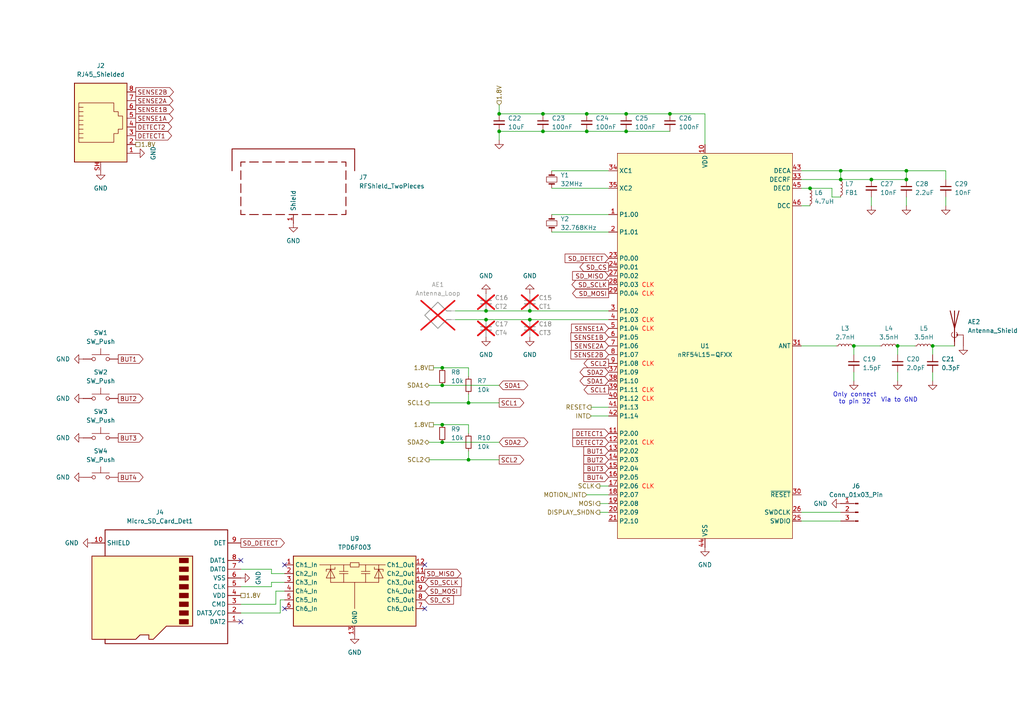
<source format=kicad_sch>
(kicad_sch (version 20231120) (generator "eeschema") (generator_version "8.0")
  (paper "A4")
  (lib_symbols
    (symbol "Connector:Conn_01x03_Pin" (pin_names (offset 1.016) hide)
      (property "Reference" "J" (at 0 5.08 0))
      (property "Value" "Conn_01x03_Pin" (at 0 -5.08 0))
      (symbol "Conn_01x03_Pin_1_1"
        (polyline (pts (xy 1.27 -2.54) (xy 0.8636 -2.54)) (stroke (width 0.1524)))
        (polyline (pts (xy 1.27 0) (xy 0.8636 0)) (stroke (width 0.1524)))
        (polyline (pts (xy 1.27 2.54) (xy 0.8636 2.54)) (stroke (width 0.1524)))
        (rectangle (start 0.8636 -2.413) (end 0 -2.667) (stroke (width 0.1524)) (fill (type outline)))
        (rectangle (start 0.8636 0.127) (end 0 -0.127) (stroke (width 0.1524)) (fill (type outline)))
        (rectangle (start 0.8636 2.667) (end 0 2.413) (stroke (width 0.1524)) (fill (type outline)))
        (pin passive line (at 5.08 2.54 180) (length 3.81) (name "Pin_1") (number "1"))
        (pin passive line (at 5.08 0 180) (length 3.81) (name "Pin_2") (number "2"))
        (pin passive line (at 5.08 -2.54 180) (length 3.81) (name "Pin_3") (number "3"))
      )
    )
    (symbol "Connector:Micro_SD_Card_Det1"
      (property "Reference" "J" (at -16.51 17.78 0))
      (property "Value" "Micro_SD_Card_Det1" (at 16.51 17.78 0))
      (symbol "Micro_SD_Card_Det1_0_1"
        (rectangle (start -7.62 -6.985) (end -5.08 -8.255) (stroke (width 0.254)) (fill (type outline)))
        (rectangle (start -7.62 -4.445) (end -5.08 -5.715) (stroke (width 0.254)) (fill (type outline)))
        (rectangle (start -7.62 -1.905) (end -5.08 -3.175) (stroke (width 0.254)) (fill (type outline)))
        (rectangle (start -7.62 0.635) (end -5.08 -0.635) (stroke (width 0.254)) (fill (type outline)))
        (rectangle (start -7.62 3.175) (end -5.08 1.905) (stroke (width 0.254)) (fill (type outline)))
        (rectangle (start -7.62 5.715) (end -5.08 4.445) (stroke (width 0.254)) (fill (type outline)))
        (rectangle (start -7.62 8.255) (end -5.08 6.985) (stroke (width 0.254)) (fill (type outline)))
        (rectangle (start -7.62 10.795) (end -5.08 9.525) (stroke (width 0.254)) (fill (type outline)))
        (polyline (pts (xy 16.51 15.24) (xy 16.51 16.51) (xy -19.05 16.51) (xy -19.05 -16.51) (xy 16.51 -16.51) (xy 16.51 -8.89)) (stroke (width 0.254)))
        (polyline (pts (xy -8.89 -8.89) (xy -8.89 11.43) (xy -1.27 11.43) (xy 2.54 15.24) (xy 3.81 15.24) (xy 3.81 13.97) (xy 6.35 13.97) (xy 7.62 15.24) (xy 20.32 15.24) (xy 20.32 -8.89) (xy -8.89 -8.89)) (stroke (width 0.254)) (fill (type background)))
      )
      (symbol "Micro_SD_Card_Det1_1_1"
        (pin bidirectional line (at -22.86 10.16 0) (length 3.81) (name "DAT2") (number "1"))
        (pin passive line (at 20.32 -12.7 180) (length 3.81) (name "SHIELD") (number "10"))
        (pin bidirectional line (at -22.86 7.62 0) (length 3.81) (name "DAT3/CD") (number "2"))
        (pin input line (at -22.86 5.08 0) (length 3.81) (name "CMD") (number "3"))
        (pin power_in line (at -22.86 2.54 0) (length 3.81) (name "VDD") (number "4"))
        (pin input line (at -22.86 0 0) (length 3.81) (name "CLK") (number "5"))
        (pin power_in line (at -22.86 -2.54 0) (length 3.81) (name "VSS") (number "6"))
        (pin bidirectional line (at -22.86 -5.08 0) (length 3.81) (name "DAT0") (number "7"))
        (pin bidirectional line (at -22.86 -7.62 0) (length 3.81) (name "DAT1") (number "8"))
        (pin passive line (at -22.86 -12.7 0) (length 3.81) (name "DET") (number "9"))
      )
    )
    (symbol "Connector:RJ45_Shielded" (pin_names (offset 1.016))
      (property "Reference" "J" (at -5.08 13.97 0))
      (property "Value" "RJ45_Shielded" (at 2.54 13.97 0))
      (symbol "RJ45_Shielded_0_1"
        (polyline (pts (xy -5.08 4.445) (xy -6.35 4.445)))
        (polyline (pts (xy -5.08 5.715) (xy -6.35 5.715)))
        (polyline (pts (xy -6.35 -3.175) (xy -5.08 -3.175) (xy -5.08 -3.175)))
        (polyline (pts (xy -6.35 -1.905) (xy -5.08 -1.905) (xy -5.08 -1.905)))
        (polyline (pts (xy -6.35 -0.635) (xy -5.08 -0.635) (xy -5.08 -0.635)))
        (polyline (pts (xy -6.35 0.635) (xy -5.08 0.635) (xy -5.08 0.635)))
        (polyline (pts (xy -6.35 1.905) (xy -5.08 1.905) (xy -5.08 1.905)))
        (polyline (pts (xy -5.08 3.175) (xy -6.35 3.175) (xy -6.35 3.175)))
        (polyline (pts (xy -6.35 -4.445) (xy -6.35 6.985) (xy 3.81 6.985) (xy 3.81 4.445) (xy 5.08 4.445) (xy 5.08 3.175) (xy 6.35 3.175) (xy 6.35 -0.635) (xy 5.08 -0.635) (xy 5.08 -1.905) (xy 3.81 -1.905) (xy 3.81 -4.445) (xy -6.35 -4.445) (xy -6.35 -4.445)))
        (rectangle (start 7.62 12.7) (end -7.62 -10.16) (stroke (width 0.254)) (fill (type background)))
      )
      (symbol "RJ45_Shielded_1_1"
        (pin passive line (at 10.16 -7.62 180) (length 2.54) (name "~") (number "1"))
        (pin passive line (at 10.16 -5.08 180) (length 2.54) (name "~") (number "2"))
        (pin passive line (at 10.16 -2.54 180) (length 2.54) (name "~") (number "3"))
        (pin passive line (at 10.16 0 180) (length 2.54) (name "~") (number "4"))
        (pin passive line (at 10.16 2.54 180) (length 2.54) (name "~") (number "5"))
        (pin passive line (at 10.16 5.08 180) (length 2.54) (name "~") (number "6"))
        (pin passive line (at 10.16 7.62 180) (length 2.54) (name "~") (number "7"))
        (pin passive line (at 10.16 10.16 180) (length 2.54) (name "~") (number "8"))
        (pin passive line (at 0 -12.7 90) (length 2.54) (name "~") (number "SH"))
      )
    )
    (symbol "Device:Antenna_Loop" (pin_numbers hide) (pin_names (offset 1.016) hide)
      (property "Reference" "AE" (at 1.27 6.35 0))
      (property "Value" "Antenna_Loop" (at 1.27 5.08 0))
      (symbol "Antenna_Loop_0_1"
        (polyline (pts (xy 2.54 -3.81) (xy 2.54 -2.54) (xy 5.08 0) (xy 1.27 3.81) (xy -2.54 0) (xy 0 -2.54) (xy 0 -3.81)) (stroke (width 0.254)))
      )
      (symbol "Antenna_Loop_1_1"
        (pin input line (at 0 -5.08 90) (length 2.54) (name "~") (number "1"))
        (pin input line (at 2.54 -5.08 90) (length 2.54) (name "~") (number "2"))
      )
    )
    (symbol "Device:Antenna_Shield" (pin_numbers hide) (pin_names (offset 1.016) hide)
      (property "Reference" "AE" (at -1.905 4.445 0))
      (property "Value" "Antenna_Shield" (at -1.905 2.54 0))
      (symbol "Antenna_Shield_0_1"
        (arc (start -0.508 -1.143) (mid -0.8429 -2.1194) (end 0 -2.667))
        (arc (start 0 -2.667) (mid 0.7989 -2.1052) (end 0.508 -1.143))
        (polyline (pts (xy 0 -2.54) (xy 0 0)))
        (polyline (pts (xy 0 5.08) (xy 0 -3.81)) (stroke (width 0.254)))
        (polyline (pts (xy 0.762 -1.905) (xy 2.54 -1.905)))
        (polyline (pts (xy 2.54 -2.54) (xy 2.54 -1.905)))
        (polyline (pts (xy 1.27 5.08) (xy 0 0) (xy -1.27 5.08)) (stroke (width 0.254)))
        (circle (center 0.762 -1.905) (radius 0.1778) (fill (type outline)))
      )
      (symbol "Antenna_Shield_1_1"
        (pin input line (at 0 -5.08 90) (length 2.54) (name "A") (number "1"))
        (pin input line (at 2.54 -5.08 90) (length 2.54) (name "Shield") (number "2"))
      )
    )
    (symbol "Device:C_Small" (pin_numbers hide) (pin_names (offset 0.254) hide)
      (property "Reference" "C" (at 0.254 1.778 0))
      (property "Value" "C_Small" (at 0.254 -2.032 0))
      (symbol "C_Small_0_1"
        (polyline (pts (xy -1.524 -0.508) (xy 1.524 -0.508)) (stroke (width 0.3302)))
        (polyline (pts (xy -1.524 0.508) (xy 1.524 0.508)) (stroke (width 0.3048)))
      )
      (symbol "C_Small_1_1"
        (pin passive line (at 0 2.54 270) (length 2.032) (name "~") (number "1"))
        (pin passive line (at 0 -2.54 90) (length 2.032) (name "~") (number "2"))
      )
    )
    (symbol "Device:Crystal_Small" (pin_numbers hide) (pin_names (offset 1.016) hide)
      (property "Reference" "Y" (at 0 2.54 0))
      (property "Value" "Crystal_Small" (at 0 -2.54 0))
      (symbol "Crystal_Small_0_1"
        (rectangle (start -0.762 -1.524) (end 0.762 1.524))
        (polyline (pts (xy -1.27 -0.762) (xy -1.27 0.762)) (stroke (width 0.381)))
        (polyline (pts (xy 1.27 -0.762) (xy 1.27 0.762)) (stroke (width 0.381)))
      )
      (symbol "Crystal_Small_1_1"
        (pin passive line (at -2.54 0 0) (length 1.27) (name "1") (number "1"))
        (pin passive line (at 2.54 0 180) (length 1.27) (name "2") (number "2"))
      )
    )
    (symbol "Device:L_Small" (pin_numbers hide) (pin_names (offset 0.254) hide)
      (property "Reference" "L" (at 0.762 1.016 0))
      (property "Value" "L_Small" (at 0.762 -1.016 0))
      (symbol "L_Small_0_1"
        (arc (start 0 -2.032) (mid 0.5058 -1.524) (end 0 -1.016))
        (arc (start 0 -1.016) (mid 0.5058 -0.508) (end 0 0))
        (arc (start 0 0) (mid 0.5058 0.508) (end 0 1.016))
        (arc (start 0 1.016) (mid 0.5058 1.524) (end 0 2.032))
      )
      (symbol "L_Small_1_1"
        (pin passive line (at 0 2.54 270) (length 0.508) (name "~") (number "1"))
        (pin passive line (at 0 -2.54 90) (length 0.508) (name "~") (number "2"))
      )
    )
    (symbol "Device:RFShield_TwoPieces" (pin_names (offset 1.016))
      (property "Reference" "J" (at 0 5.08 0))
      (property "Value" "RFShield_TwoPieces" (at 0 2.54 0))
      (symbol "RFShield_TwoPieces_0_1"
        (polyline (pts (xy -15.24 -5.08) (xy -15.24 -2.54)) (stroke (width 0.254)))
        (polyline (pts (xy -15.24 -1.27) (xy -15.24 1.27)) (stroke (width 0.254)))
        (polyline (pts (xy -15.24 2.54) (xy -15.24 5.08)) (stroke (width 0.254)))
        (polyline (pts (xy -12.7 7.62) (xy -10.16 7.62)) (stroke (width 0.254)))
        (polyline (pts (xy -10.16 -7.62) (xy -12.7 -7.62)) (stroke (width 0.254)))
        (polyline (pts (xy -6.35 -7.62) (xy -8.89 -7.62)) (stroke (width 0.254)))
        (polyline (pts (xy -6.35 7.62) (xy -8.89 7.62)) (stroke (width 0.254)))
        (polyline (pts (xy -2.54 -7.62) (xy -5.08 -7.62)) (stroke (width 0.254)))
        (polyline (pts (xy -2.54 7.62) (xy -5.08 7.62)) (stroke (width 0.254)))
        (polyline (pts (xy -1.27 -7.62) (xy 1.27 -7.62)) (stroke (width 0.254)))
        (polyline (pts (xy 1.27 7.62) (xy -1.27 7.62)) (stroke (width 0.254)))
        (polyline (pts (xy 2.54 -7.62) (xy 5.08 -7.62)) (stroke (width 0.254)))
        (polyline (pts (xy 5.08 7.62) (xy 2.54 7.62)) (stroke (width 0.254)))
        (polyline (pts (xy 6.35 -7.62) (xy 8.89 -7.62)) (stroke (width 0.254)))
        (polyline (pts (xy 8.89 7.62) (xy 6.35 7.62)) (stroke (width 0.254)))
        (polyline (pts (xy 10.16 -7.62) (xy 12.7 -7.62)) (stroke (width 0.254)))
        (polyline (pts (xy 12.7 7.62) (xy 10.16 7.62)) (stroke (width 0.254)))
        (polyline (pts (xy 15.24 -5.08) (xy 15.24 -2.54)) (stroke (width 0.254)))
        (polyline (pts (xy 15.24 -1.27) (xy 15.24 1.27)) (stroke (width 0.254)))
        (polyline (pts (xy 15.24 2.54) (xy 15.24 5.08)) (stroke (width 0.254)))
        (polyline (pts (xy -15.24 6.35) (xy -15.24 7.62) (xy -13.97 7.62)) (stroke (width 0.254)))
        (polyline (pts (xy -13.97 -7.62) (xy -15.24 -7.62) (xy -15.24 -6.35)) (stroke (width 0.254)))
        (polyline (pts (xy 13.97 -7.62) (xy 15.24 -7.62) (xy 15.24 -6.35)) (stroke (width 0.254)))
        (polyline (pts (xy 15.24 6.35) (xy 15.24 7.62) (xy 13.97 7.62)) (stroke (width 0.254)))
        (polyline (pts (xy -17.78 5.08) (xy -17.78 11.43) (xy 17.78 11.43) (xy 17.78 5.08)) (stroke (width 0.254)))
      )
      (symbol "RFShield_TwoPieces_1_1"
        (pin passive line (at 0 -10.16 90) (length 2.54) (name "Shield") (number "1"))
      )
    )
    (symbol "Device:R_Small" (pin_numbers hide) (pin_names (offset 0.254) hide)
      (property "Reference" "R" (at 0.762 0.508 0))
      (property "Value" "R_Small" (at 0.762 -1.016 0))
      (symbol "R_Small_0_1"
        (rectangle (start -0.762 1.778) (end 0.762 -1.778) (stroke (width 0.2032)))
      )
      (symbol "R_Small_1_1"
        (pin passive line (at 0 2.54 270) (length 0.762) (name "~") (number "1"))
        (pin passive line (at 0 -2.54 90) (length 0.762) (name "~") (number "2"))
      )
    )
    (symbol "PCM_nordic-lib-kicad-nrf54l:nRF54L15-QFXX"
      (property "Reference" "U" (at 0 0 0))
      (property "Value" "nRF54L15-QFXX" (at 0 -2.54 0))
      (symbol "nRF54L15-QFXX_0_0"
        (pin bidirectional line (at -27.94 25.4 0) (length 2.54) (name "P0.00") (number "23"))
        (pin bidirectional line (at -27.94 22.86 0) (length 2.54) (name "P0.01") (number "24"))
        (pin bidirectional line (at 27.94 -50.8 180) (length 2.54) (name "SWDIO") (number "25"))
        (pin bidirectional line (at -27.94 20.32 0) (length 2.54) (name "P0.02") (number "27"))
        (pin input line (at 27.94 -43.18 180) (length 2.54) (name "~{RESET}") (number "30"))
        (pin output line (at 27.94 0 180) (length 2.54) (name "ANT") (number "31"))
        (pin passive line (at 0 -58.42 90) (length 2.54) hide (name "VSS_PA") (number "32"))
        (pin passive line (at 27.94 48.26 180) (length 2.54) (name "DECRF") (number "33"))
        (pin bidirectional line (at -27.94 50.8 0) (length 2.54) (name "XC1") (number "34"))
        (pin bidirectional line (at -27.94 45.72 0) (length 2.54) (name "XC2") (number "35"))
        (pin passive line (at 27.94 50.8 180) (length 2.54) (name "DECA") (number "43"))
        (pin power_in line (at 0 -58.42 90) (length 2.54) (name "VSS") (number "44"))
        (pin passive line (at 27.94 45.72 180) (length 2.54) (name "DECD") (number "45"))
        (pin power_out line (at 27.94 40.64 180) (length 2.54) (name "DCC") (number "46"))
      )
      (symbol "nRF54L15-QFXX_1_0"
        (pin bidirectional line (at -27.94 38.1 0) (length 2.54) (name "P1.00") (number "1"))
        (pin power_in line (at 0 58.42 270) (length 2.54) (name "VDD") (number "10"))
        (pin bidirectional line (at -27.94 -25.4 0) (length 2.54) (name "P2.00") (number "11"))
        (pin bidirectional line (at -27.94 -27.94 0) (length 2.54) (name "P2.01") (number "12"))
        (pin bidirectional line (at -27.94 -30.48 0) (length 2.54) (name "P2.02") (number "13"))
        (pin bidirectional line (at -27.94 -33.02 0) (length 2.54) (name "P2.03") (number "14"))
        (pin bidirectional line (at -27.94 -35.56 0) (length 2.54) (name "P2.04") (number "15"))
        (pin bidirectional line (at -27.94 -38.1 0) (length 2.54) (name "P2.05") (number "16"))
        (pin bidirectional line (at -27.94 -40.64 0) (length 2.54) (name "P2.06") (number "17"))
        (pin bidirectional line (at -27.94 -43.18 0) (length 2.54) (name "P2.07") (number "18"))
        (pin bidirectional line (at -27.94 -45.72 0) (length 2.54) (name "P2.08") (number "19"))
        (pin bidirectional line (at -27.94 33.02 0) (length 2.54) (name "P1.01") (number "2"))
        (pin bidirectional line (at -27.94 -48.26 0) (length 2.54) (name "P2.09") (number "20"))
        (pin bidirectional line (at -27.94 -50.8 0) (length 2.54) (name "P2.10") (number "21"))
        (pin passive line (at 0 58.42 270) (length 2.54) hide (name "VDD") (number "22"))
        (pin input line (at 27.94 -48.26 180) (length 2.54) (name "SWDCLK") (number "26"))
        (pin bidirectional line (at -27.94 17.78 0) (length 2.54) (name "P0.03") (number "28"))
        (pin bidirectional line (at -27.94 15.24 0) (length 2.54) (name "P0.04") (number "29"))
        (pin bidirectional line (at -27.94 10.16 0) (length 2.54) (name "P1.02") (number "3"))
        (pin passive line (at 0 58.42 270) (length 2.54) hide (name "VDD") (number "36"))
        (pin bidirectional line (at -27.94 -7.62 0) (length 2.54) (name "P1.09") (number "37"))
        (pin bidirectional line (at -27.94 -10.16 0) (length 2.54) (name "P1.10") (number "38"))
        (pin bidirectional line (at -27.94 -12.7 0) (length 2.54) (name "P1.11") (number "39"))
        (pin bidirectional line (at -27.94 7.62 0) (length 2.54) (name "P1.03") (number "4"))
        (pin bidirectional line (at -27.94 -15.24 0) (length 2.54) (name "P1.12") (number "40"))
        (pin bidirectional line (at -27.94 -17.78 0) (length 2.54) (name "P1.13") (number "41"))
        (pin bidirectional line (at -27.94 -20.32 0) (length 2.54) (name "P1.14") (number "42"))
        (pin passive line (at 0 58.42 270) (length 2.54) hide (name "VDD") (number "47"))
        (pin passive line (at 0 58.42 270) (length 2.54) hide (name "VDD") (number "48"))
        (pin passive line (at 0 -58.42 90) (length 2.54) hide (name "VSS") (number "49"))
        (pin bidirectional line (at -27.94 5.08 0) (length 2.54) (name "P1.04") (number "5"))
        (pin bidirectional line (at -27.94 2.54 0) (length 2.54) (name "P1.05") (number "6"))
        (pin bidirectional line (at -27.94 0 0) (length 2.54) (name "P1.06") (number "7"))
        (pin bidirectional line (at -27.94 -2.54 0) (length 2.54) (name "P1.07") (number "8"))
        (pin bidirectional line (at -27.94 -5.08 0) (length 2.54) (name "P1.08") (number "9"))
      )
      (symbol "nRF54L15-QFXX_1_1"
        (rectangle (start -25.4 55.88) (end 25.4 -55.88) (fill (type background)))
        (text "CLK" (at -16.51 -40.64 0) (effects (font (size 1.27 1.27))))
        (text "CLK" (at -16.51 -27.94 0) (effects (font (size 1.27 1.27))))
        (text "CLK" (at -16.51 -15.24 0) (effects (font (size 1.27 1.27))))
        (text "CLK" (at -16.51 -12.7 0) (effects (font (size 1.27 1.27))))
        (text "CLK" (at -16.51 -5.08 0) (effects (font (size 1.27 1.27))))
        (text "CLK" (at -16.51 5.08 0) (effects (font (size 1.27 1.27))))
        (text "CLK" (at -16.51 7.62 0) (effects (font (size 1.27 1.27))))
        (text "CLK" (at -16.51 15.24 0) (effects (font (size 1.27 1.27))))
        (text "CLK" (at -16.51 17.78 0) (effects (font (size 1.27 1.27))))
      )
    )
    (symbol "Power_Protection:TPD6F003"
      (property "Reference" "U" (at -17.145 11.43 0))
      (property "Value" "TPD6F003" (at 7.62 12.065 0))
      (symbol "TPD6F003_0_1"
        (rectangle (start -17.78 10.16) (end 17.78 -10.16) (stroke (width 0.254)) (fill (type background)))
        (polyline (pts (xy -6.985 2.54) (xy 6.985 2.54)))
        (polyline (pts (xy -6.985 6.35) (xy -6.985 7.62)))
        (polyline (pts (xy -4.445 5.715) (xy -1.905 5.715)))
        (polyline (pts (xy -3.175 5.08) (xy -3.175 2.54)))
        (polyline (pts (xy -3.175 7.62) (xy -3.175 5.715)))
        (polyline (pts (xy -1.905 5.08) (xy -4.445 5.08)))
        (polyline (pts (xy -1.27 7.62) (xy -10.16 7.62)))
        (polyline (pts (xy 0 2.54) (xy 0 -5.08)))
        (polyline (pts (xy 1.27 7.62) (xy 8.89 7.62)))
        (polyline (pts (xy 1.905 5.715) (xy 4.445 5.715)))
        (polyline (pts (xy 3.175 5.08) (xy 3.175 2.54)))
        (polyline (pts (xy 3.175 7.62) (xy 3.175 5.715)))
        (polyline (pts (xy 4.445 5.08) (xy 1.905 5.08)))
        (polyline (pts (xy 6.985 6.35) (xy 6.985 7.62)))
        (polyline (pts (xy -6.985 3.81) (xy -6.985 6.35) (xy -6.985 2.54)))
        (polyline (pts (xy 6.985 3.81) (xy 6.985 6.35) (xy 6.985 2.54)))
        (polyline (pts (xy -6.985 6.35) (xy -5.715 3.81) (xy -8.255 3.81) (xy -6.985 6.35)))
        (polyline (pts (xy -5.715 6.985) (xy -5.715 6.35) (xy -8.255 6.35) (xy -8.255 5.715)))
        (polyline (pts (xy 5.715 6.985) (xy 5.715 6.35) (xy 8.255 6.35) (xy 8.255 5.715)))
        (polyline (pts (xy 6.985 6.35) (xy 5.715 3.81) (xy 8.255 3.81) (xy 6.985 6.35)))
        (polyline (pts (xy -1.27 7.62) (xy -1.27 6.985) (xy 1.27 6.985) (xy 1.27 8.255) (xy -1.27 8.255) (xy -1.27 7.62)))
      )
      (symbol "TPD6F003_1_1"
        (pin passive line (at -20.32 7.62 0) (length 2.54) (name "Ch1_In") (number "1"))
        (pin passive line (at 20.32 2.54 180) (length 2.54) (name "Ch3_Out") (number "10"))
        (pin passive line (at 20.32 5.08 180) (length 2.54) (name "Ch2_Out") (number "11"))
        (pin passive line (at 20.32 7.62 180) (length 2.54) (name "Ch1_Out") (number "12"))
        (pin power_in line (at 0 -12.7 90) (length 2.54) (name "GND") (number "13"))
        (pin passive line (at -20.32 5.08 0) (length 2.54) (name "Ch2_In") (number "2"))
        (pin passive line (at -20.32 2.54 0) (length 2.54) (name "Ch3_In") (number "3"))
        (pin passive line (at -20.32 0 0) (length 2.54) (name "Ch4_In") (number "4"))
        (pin passive line (at -20.32 -2.54 0) (length 2.54) (name "Ch5_In") (number "5"))
        (pin passive line (at -20.32 -5.08 0) (length 2.54) (name "Ch6_In") (number "6"))
        (pin passive line (at 20.32 -5.08 180) (length 2.54) (name "Ch6_Out") (number "7"))
        (pin passive line (at 20.32 -2.54 180) (length 2.54) (name "Ch5_Out") (number "8"))
        (pin passive line (at 20.32 0 180) (length 2.54) (name "Ch4_Out") (number "9"))
      )
    )
    (symbol "Switch:SW_Push" (pin_numbers hide) (pin_names (offset 1.016) hide)
      (property "Reference" "SW" (at 1.27 2.54 0))
      (property "Value" "SW_Push" (at 0 -1.524 0))
      (symbol "SW_Push_0_1"
        (circle (center -2.032 0) (radius 0.508))
        (polyline (pts (xy 0 1.27) (xy 0 3.048)))
        (polyline (pts (xy 2.54 1.27) (xy -2.54 1.27)))
        (circle (center 2.032 0) (radius 0.508))
        (pin passive line (at -5.08 0 0) (length 2.54) (name "1") (number "1"))
        (pin passive line (at 5.08 0 180) (length 2.54) (name "2") (number "2"))
      )
    )
    (symbol "power:GND" (power) (pin_numbers hide) (pin_names (offset 0) hide)
      (property "Value" "GND" (at 0 -3.81 0))
      (symbol "GND_0_1"
        (polyline (pts (xy 0 0) (xy 0 -1.27) (xy 1.27 -1.27) (xy 0 -2.54) (xy -1.27 -1.27) (xy 0 -1.27)))
      )
      (symbol "GND_1_1"
        (pin power_in line (at 0 0 270) (length 0) (name "~") (number "1"))
      )
    )
  )
  (junction (at 181.61 33.02))
  (junction (at 270.51 100.33))
  (junction (at 144.78 38.1))
  (junction (at 128.27 128.27))
  (junction (at 135.89 133.35))
  (junction (at 260.35 100.33))
  (junction (at 128.27 111.76))
  (junction (at 144.78 33.02))
  (junction (at 157.48 38.1))
  (junction (at 262.89 52.07))
  (junction (at 140.97 90.17))
  (junction (at 128.27 123.19))
  (junction (at 262.89 49.53))
  (junction (at 243.84 49.53))
  (junction (at 135.89 116.84))
  (junction (at 181.61 38.1))
  (junction (at 247.65 100.33))
  (junction (at 140.97 92.71))
  (junction (at 234.95 54.61))
  (junction (at 194.31 33.02))
  (junction (at 153.67 92.71))
  (junction (at 252.73 52.07))
  (junction (at 170.18 38.1))
  (junction (at 170.18 33.02))
  (junction (at 128.27 106.68))
  (junction (at 153.67 90.17))
  (junction (at 243.84 52.07))
  (junction (at 157.48 33.02))
  (no_connect (at 123.19 163.83))
  (no_connect (at 82.55 176.53))
  (no_connect (at 69.85 162.56))
  (no_connect (at 82.55 163.83))
  (no_connect (at 123.19 176.53))
  (no_connect (at 69.85 180.34))
  (wire (pts (xy 153.67 92.71) (xy 176.53 92.71)))
  (wire (pts (xy 247.65 107.95) (xy 247.65 110.49)))
  (wire (pts (xy 247.65 100.33) (xy 247.65 102.87)))
  (wire (pts (xy 78.74 165.1) (xy 69.85 165.1)))
  (wire (pts (xy 125.73 123.19) (xy 128.27 123.19)))
  (wire (pts (xy 82.55 166.37) (xy 78.74 166.37)))
  (wire (pts (xy 181.61 33.02) (xy 194.31 33.02)))
  (wire (pts (xy 78.74 168.91) (xy 82.55 168.91)))
  (wire (pts (xy 135.89 106.68) (xy 128.27 106.68)))
  (wire (pts (xy 170.18 33.02) (xy 181.61 33.02)))
  (wire (pts (xy 241.3 57.15) (xy 241.3 54.61)))
  (wire (pts (xy 80.01 175.26) (xy 69.85 175.26)))
  (wire (pts (xy 81.28 173.99) (xy 81.28 177.8)))
  (wire (pts (xy 124.46 133.35) (xy 135.89 133.35)))
  (wire (pts (xy 135.89 133.35) (xy 144.78 133.35)))
  (wire (pts (xy 160.02 67.31) (xy 176.53 67.31)))
  (wire (pts (xy 153.67 90.17) (xy 176.53 90.17)))
  (wire (pts (xy 270.51 100.33) (xy 270.51 102.87)))
  (wire (pts (xy 135.89 116.84) (xy 144.78 116.84)))
  (wire (pts (xy 135.89 109.22) (xy 135.89 106.68)))
  (wire (pts (xy 252.73 57.15) (xy 252.73 59.69)))
  (wire (pts (xy 262.89 57.15) (xy 262.89 59.69)))
  (wire (pts (xy 132.08 92.71) (xy 140.97 92.71)))
  (wire (pts (xy 232.41 52.07) (xy 243.84 52.07)))
  (wire (pts (xy 171.45 120.65) (xy 176.53 120.65)))
  (wire (pts (xy 82.55 173.99) (xy 81.28 173.99)))
  (wire (pts (xy 144.78 33.02) (xy 157.48 33.02)))
  (wire (pts (xy 243.84 49.53) (xy 243.84 52.07)))
  (wire (pts (xy 140.97 90.17) (xy 153.67 90.17)))
  (wire (pts (xy 80.01 171.45) (xy 80.01 175.26)))
  (wire (pts (xy 82.55 171.45) (xy 80.01 171.45)))
  (wire (pts (xy 160.02 54.61) (xy 176.53 54.61)))
  (wire (pts (xy 173.99 148.59) (xy 176.53 148.59)))
  (wire (pts (xy 81.28 177.8) (xy 69.85 177.8)))
  (wire (pts (xy 243.84 52.07) (xy 252.73 52.07)))
  (wire (pts (xy 170.18 143.51) (xy 176.53 143.51)))
  (wire (pts (xy 78.74 166.37) (xy 78.74 165.1)))
  (wire (pts (xy 232.41 100.33) (xy 242.57 100.33)))
  (wire (pts (xy 69.85 170.18) (xy 78.74 170.18)))
  (wire (pts (xy 173.99 140.97) (xy 176.53 140.97)))
  (wire (pts (xy 170.18 38.1) (xy 181.61 38.1)))
  (wire (pts (xy 128.27 128.27) (xy 144.78 128.27)))
  (wire (pts (xy 270.51 100.33) (xy 276.86 100.33)))
  (wire (pts (xy 274.32 49.53) (xy 262.89 49.53)))
  (wire (pts (xy 204.47 41.91) (xy 204.47 33.02)))
  (wire (pts (xy 135.89 114.3) (xy 135.89 116.84)))
  (wire (pts (xy 232.41 151.13) (xy 243.84 151.13)))
  (wire (pts (xy 128.27 111.76) (xy 144.78 111.76)))
  (wire (pts (xy 232.41 59.69) (xy 234.95 59.69)))
  (wire (pts (xy 144.78 30.48) (xy 144.78 33.02)))
  (wire (pts (xy 247.65 100.33) (xy 255.27 100.33)))
  (wire (pts (xy 234.95 54.61) (xy 232.41 54.61)))
  (wire (pts (xy 181.61 38.1) (xy 194.31 38.1)))
  (wire (pts (xy 135.89 125.73) (xy 135.89 123.19)))
  (wire (pts (xy 171.45 118.11) (xy 176.53 118.11)))
  (wire (pts (xy 260.35 107.95) (xy 260.35 110.49)))
  (wire (pts (xy 124.46 116.84) (xy 135.89 116.84)))
  (wire (pts (xy 144.78 38.1) (xy 144.78 40.64)))
  (wire (pts (xy 260.35 100.33) (xy 260.35 102.87)))
  (wire (pts (xy 262.89 49.53) (xy 262.89 52.07)))
  (wire (pts (xy 124.46 128.27) (xy 128.27 128.27)))
  (wire (pts (xy 125.73 106.68) (xy 128.27 106.68)))
  (wire (pts (xy 274.32 52.07) (xy 274.32 49.53)))
  (wire (pts (xy 204.47 33.02) (xy 194.31 33.02)))
  (wire (pts (xy 132.08 90.17) (xy 140.97 90.17)))
  (wire (pts (xy 241.3 54.61) (xy 234.95 54.61)))
  (wire (pts (xy 157.48 38.1) (xy 170.18 38.1)))
  (wire (pts (xy 140.97 92.71) (xy 153.67 92.71)))
  (wire (pts (xy 157.48 33.02) (xy 170.18 33.02)))
  (wire (pts (xy 160.02 49.53) (xy 176.53 49.53)))
  (wire (pts (xy 144.78 38.1) (xy 157.48 38.1)))
  (wire (pts (xy 243.84 49.53) (xy 262.89 49.53)))
  (wire (pts (xy 260.35 100.33) (xy 265.43 100.33)))
  (wire (pts (xy 232.41 49.53) (xy 243.84 49.53)))
  (wire (pts (xy 252.73 52.07) (xy 262.89 52.07)))
  (wire (pts (xy 270.51 107.95) (xy 270.51 110.49)))
  (wire (pts (xy 124.46 111.76) (xy 128.27 111.76)))
  (wire (pts (xy 78.74 170.18) (xy 78.74 168.91)))
  (wire (pts (xy 232.41 148.59) (xy 243.84 148.59)))
  (wire (pts (xy 241.3 57.15) (xy 243.84 57.15)))
  (wire (pts (xy 135.89 133.35) (xy 135.89 130.81)))
  (wire (pts (xy 274.32 57.15) (xy 274.32 59.69)))
  (wire (pts (xy 173.99 146.05) (xy 176.53 146.05)))
  (wire (pts (xy 135.89 123.19) (xy 128.27 123.19)))
  (wire (pts (xy 160.02 62.23) (xy 176.53 62.23)))
  (text "Via to GND" (at 260.858 116.078 0) (effects (font (size 1.27 1.27))))
  (text "Only connect\nto pin 32" (at 247.904 115.57 0) (effects (font (size 1.27 1.27))))
  (global_label "SD_SCLK" (shape output) (at 176.53 82.55 180) (property "Intersheetrefs" "${INTERSHEET_REFS}" (effects (hide yes))))
  (global_label "SENSE1B" (shape output) (at 39.37 31.75 0) (property "Intersheetrefs" "${INTERSHEET_REFS}" (effects (hide yes))))
  (global_label "SD_MOSI" (shape input) (at 123.19 171.45 0) (property "Intersheetrefs" "${INTERSHEET_REFS}" (effects (hide yes))))
  (global_label "BUT2" (shape output) (at 34.29 115.57 0) (property "Intersheetrefs" "${INTERSHEET_REFS}" (effects (hide yes))))
  (global_label "SENSE2B" (shape output) (at 39.37 26.67 0) (property "Intersheetrefs" "${INTERSHEET_REFS}" (effects (hide yes))))
  (global_label "SENSE2A" (shape output) (at 39.37 29.21 0) (property "Intersheetrefs" "${INTERSHEET_REFS}" (effects (hide yes))))
  (global_label "SCL2" (shape output) (at 144.78 133.35 0) (property "Intersheetrefs" "${INTERSHEET_REFS}" (effects (hide yes))))
  (global_label "SD_DETECT" (shape output) (at 69.85 157.48 0) (property "Intersheetrefs" "${INTERSHEET_REFS}" (effects (hide yes))))
  (global_label "BUT4" (shape input) (at 176.53 138.43 180) (property "Intersheetrefs" "${INTERSHEET_REFS}" (effects (hide yes))))
  (global_label "SCL1" (shape output) (at 144.78 116.84 0) (property "Intersheetrefs" "${INTERSHEET_REFS}" (effects (hide yes))))
  (global_label "SENSE1A" (shape output) (at 39.37 34.29 0) (property "Intersheetrefs" "${INTERSHEET_REFS}" (effects (hide yes))))
  (global_label "SDA2" (shape bidirectional) (at 176.53 107.95 180) (property "Intersheetrefs" "${INTERSHEET_REFS}" (effects (hide yes))))
  (global_label "SD_MISO" (shape input) (at 176.53 80.01 180) (property "Intersheetrefs" "${INTERSHEET_REFS}" (effects (hide yes))))
  (global_label "SENSE1B" (shape input) (at 176.53 97.79 180) (property "Intersheetrefs" "${INTERSHEET_REFS}" (effects (hide yes))))
  (global_label "DETECT2" (shape output) (at 39.37 36.83 0) (property "Intersheetrefs" "${INTERSHEET_REFS}" (effects (hide yes))))
  (global_label "BUT1" (shape input) (at 176.53 130.81 180) (property "Intersheetrefs" "${INTERSHEET_REFS}" (effects (hide yes))))
  (global_label "SDA2" (shape bidirectional) (at 144.78 128.27 0) (property "Intersheetrefs" "${INTERSHEET_REFS}" (effects (hide yes))))
  (global_label "DETECT1" (shape input) (at 176.53 125.73 180) (property "Intersheetrefs" "${INTERSHEET_REFS}" (effects (hide yes))))
  (global_label "BUT1" (shape output) (at 34.29 104.14 0) (property "Intersheetrefs" "${INTERSHEET_REFS}" (effects (hide yes))))
  (global_label "SCL2" (shape output) (at 176.53 105.41 180) (property "Intersheetrefs" "${INTERSHEET_REFS}" (effects (hide yes))))
  (global_label "SD_CS" (shape output) (at 176.53 77.47 180) (property "Intersheetrefs" "${INTERSHEET_REFS}" (effects (hide yes))))
  (global_label "SENSE1A" (shape input) (at 176.53 95.25 180) (property "Intersheetrefs" "${INTERSHEET_REFS}" (effects (hide yes))))
  (global_label "BUT4" (shape output) (at 34.29 138.43 0) (property "Intersheetrefs" "${INTERSHEET_REFS}" (effects (hide yes))))
  (global_label "SD_SCLK" (shape input) (at 123.19 168.91 0) (property "Intersheetrefs" "${INTERSHEET_REFS}" (effects (hide yes))))
  (global_label "SENSE2B" (shape input) (at 176.53 102.87 180) (property "Intersheetrefs" "${INTERSHEET_REFS}" (effects (hide yes))))
  (global_label "SCL1" (shape output) (at 176.53 113.03 180) (property "Intersheetrefs" "${INTERSHEET_REFS}" (effects (hide yes))))
  (global_label "SD_MOSI" (shape output) (at 176.53 85.09 180) (property "Intersheetrefs" "${INTERSHEET_REFS}" (effects (hide yes))))
  (global_label "SD_DETECT" (shape input) (at 176.53 74.93 180) (property "Intersheetrefs" "${INTERSHEET_REFS}" (effects (hide yes))))
  (global_label "SDA1" (shape bidirectional) (at 144.78 111.76 0) (property "Intersheetrefs" "${INTERSHEET_REFS}" (effects (hide yes))))
  (global_label "SD_MISO" (shape output) (at 123.19 166.37 0) (property "Intersheetrefs" "${INTERSHEET_REFS}" (effects (hide yes))))
  (global_label "DETECT2" (shape input) (at 176.53 128.27 180) (property "Intersheetrefs" "${INTERSHEET_REFS}" (effects (hide yes))))
  (global_label "BUT3" (shape input) (at 176.53 135.89 180) (property "Intersheetrefs" "${INTERSHEET_REFS}" (effects (hide yes))))
  (global_label "SD_CS" (shape input) (at 123.19 173.99 0) (property "Intersheetrefs" "${INTERSHEET_REFS}" (effects (hide yes))))
  (global_label "SENSE2A" (shape input) (at 176.53 100.33 180) (property "Intersheetrefs" "${INTERSHEET_REFS}" (effects (hide yes))))
  (global_label "BUT2" (shape input) (at 176.53 133.35 180) (property "Intersheetrefs" "${INTERSHEET_REFS}" (effects (hide yes))))
  (global_label "BUT3" (shape output) (at 34.29 127 0) (property "Intersheetrefs" "${INTERSHEET_REFS}" (effects (hide yes))))
  (global_label "DETECT1" (shape output) (at 39.37 39.37 0) (property "Intersheetrefs" "${INTERSHEET_REFS}" (effects (hide yes))))
  (global_label "SDA1" (shape bidirectional) (at 176.53 110.49 180) (property "Intersheetrefs" "${INTERSHEET_REFS}" (effects (hide yes))))
  (hierarchical_label "SCL1" (shape output) (at 124.46 116.84 180))
  (hierarchical_label "1.8V" (shape passive) (at 39.37 41.91 0))
  (hierarchical_label "SCL2" (shape output) (at 124.46 133.35 180))
  (hierarchical_label "DISPLAY_SHDN" (shape output) (at 173.99 148.59 180))
  (hierarchical_label "SDA1" (shape bidirectional) (at 124.46 111.76 180))
  (hierarchical_label "1.8V" (shape passive) (at 69.85 172.72 0))
  (hierarchical_label "SDA2" (shape bidirectional) (at 124.46 128.27 180))
  (hierarchical_label "MOTION_INT" (shape input) (at 170.18 143.51 180))
  (hierarchical_label "RESET" (shape output) (at 171.45 118.11 180))
  (hierarchical_label "SCLK" (shape output) (at 173.99 140.97 180))
  (hierarchical_label "MOSI" (shape output) (at 173.99 146.05 180))
  (hierarchical_label "INT" (shape input) (at 171.45 120.65 180))
  (hierarchical_label "1.8V" (shape passive) (at 125.73 106.68 180))
  (hierarchical_label "1.8V" (shape passive) (at 125.73 123.19 180))
  (hierarchical_label "1.8V" (shape input) (at 144.78 30.48 90))
  (symbol (lib_id "power:GND") (at 69.85 167.64 90) (mirror x) (unit 1)
    (property "Reference" "#PWR053" (effects (hide yes)))
    (property "Value" "GND" (at 74.93 167.64 0))
    (property "Description" "Power symbol creates a global label with name \"GND\" , ground" (effects (hide yes)))
  )
  (symbol (lib_id "Device:L_Small") (at 257.81 100.33 90) (unit 1)
    (property "Reference" "L4" (at 257.81 95.25 90))
    (property "Value" "3.5nH" (at 257.81 97.79 90))
    (property "Footprint" "Inductor_SMD:L_0201_0603Metric" (effects (hide yes)))
    (property "Description" "Inductor, small symbol" (effects (hide yes)))
  )
  (symbol (lib_id "Device:C_Small") (at 270.51 105.41 0) (unit 1)
    (property "Reference" "C21" (at 273.05 104.1462 0) (effects (justify left)))
    (property "Value" "0.3pF" (at 273.05 106.6862 0) (effects (justify left)))
    (property "Footprint" "Capacitor_SMD:C_0201_0603Metric" (effects (hide yes)))
    (property "Description" "Unpolarized capacitor, small symbol" (effects (hide yes)))
  )
  (symbol (lib_id "Device:C_Small") (at 262.89 54.61 0) (unit 1)
    (property "Reference" "C28" (at 265.43 53.3462 0) (effects (justify left)))
    (property "Value" "2.2uF" (at 265.43 55.8862 0) (effects (justify left)))
    (property "Description" "Unpolarized capacitor, small symbol" (effects (hide yes)))
  )
  (symbol (lib_id "Device:Crystal_Small") (at 160.02 52.07 270) (unit 1)
    (property "Reference" "Y1" (at 162.56 50.7999 90) (effects (justify left)))
    (property "Value" "32MHz" (at 162.56 53.3399 90) (effects (justify left)))
    (property "Footprint" "Library:CRYSTAL-SMD_L3.2-W1.5-1" (effects (hide yes)))
    (property "Description" "Two pin crystal, small symbol" (effects (hide yes)))
  )
  (symbol (lib_id "power:GND") (at 24.13 115.57 270) (unit 1)
    (property "Reference" "#PWR026" (effects (hide yes)))
    (property "Value" "GND" (at 20.32 115.5699 90) (effects (justify right)))
    (property "Description" "Power symbol creates a global label with name \"GND\" , ground" (effects (hide yes)))
  )
  (symbol (lib_id "Power_Protection:TPD6F003") (at 102.87 171.45 0) (unit 1)
    (property "Reference" "U9" (at 102.87 156.21 0))
    (property "Value" "TPD6F003" (at 102.87 158.75 0))
    (property "Footprint" "Package_SON:Texas_R-PWSON-N12_EP0.4x2mm" (effects (hide yes)))
    (property "Datasheet" "http://www.ti.com/lit/ds/symlink/tpd6f003.pdf" (effects (hide yes)))
    (property "Description" "6 channel EMI filters with integrated ESD protection" (effects (hide yes)))
  )
  (symbol (lib_id "Device:C_Small") (at 247.65 105.41 0) (unit 1)
    (property "Reference" "C19" (at 250.19 104.1462 0) (effects (justify left)))
    (property "Value" "1.5pF" (at 250.19 106.6862 0) (effects (justify left)))
    (property "Footprint" "Capacitor_SMD:C_0201_0603Metric" (effects (hide yes)))
    (property "Description" "Unpolarized capacitor, small symbol" (effects (hide yes)))
  )
  (symbol (lib_id "Device:R_Small") (at 135.89 111.76 0) (unit 1)
    (property "Reference" "R7" (at 138.43 110.4899 0) (effects (justify left)))
    (property "Value" "10k" (at 138.43 113.0299 0) (effects (justify left)))
    (property "Footprint" "Resistor_SMD:R_0402_1005Metric" (effects (hide yes)))
    (property "Description" "Resistor, small symbol" (effects (hide yes)))
  )
  (symbol (lib_id "Device:Antenna_Shield") (at 276.86 95.25 0) (unit 1)
    (property "Reference" "AE2" (at 280.67 93.3449 0) (effects (justify left)))
    (property "Value" "Antenna_Shield" (at 280.67 95.8849 0) (effects (justify left)))
    (property "Footprint" "RF_Antenna:Texas_SWRA117D_2.4GHz_Right" (effects (hide yes)))
    (property "Description" "Antenna with extra pin for shielding" (effects (hide yes)))
  )
  (symbol (lib_id "power:GND") (at 26.67 157.48 270) (unit 1)
    (property "Reference" "#PWR058" (effects (hide yes)))
    (property "Value" "GND" (at 22.86 157.4799 90) (effects (justify right)))
    (property "Description" "Power symbol creates a global label with name \"GND\" , ground" (effects (hide yes)))
  )
  (symbol (lib_id "Device:C_Small") (at 140.97 87.63 0) (unit 1) (dnp yes)
    (property "Reference" "C16" (at 143.51 86.3662 0) (effects (justify left)))
    (property "Value" "CT2" (at 143.51 88.9062 0) (effects (justify left)))
    (property "Description" "Unpolarized capacitor, small symbol" (effects (hide yes)))
  )
  (symbol (lib_id "power:GND") (at 274.32 59.69 0) (unit 1)
    (property "Reference" "#PWR035" (effects (hide yes)))
    (property "Value" "GND" (effects (hide yes)))
    (property "Description" "Power symbol creates a global label with name \"GND\" , ground" (effects (hide yes)))
  )
  (symbol (lib_id "power:GND") (at 260.35 110.49 0) (unit 1)
    (property "Reference" "#PWR030" (effects (hide yes)))
    (property "Value" "GND" (effects (hide yes)))
    (property "Description" "Power symbol creates a global label with name \"GND\" , ground" (effects (hide yes)))
  )
  (symbol (lib_id "Device:R_Small") (at 128.27 125.73 0) (unit 1)
    (property "Reference" "R9" (at 130.81 124.4599 0) (effects (justify left)))
    (property "Value" "10k" (at 130.81 126.9999 0) (effects (justify left)))
    (property "Footprint" "Resistor_SMD:R_0402_1005Metric" (effects (hide yes)))
    (property "Description" "Resistor, small symbol" (effects (hide yes)))
  )
  (symbol (lib_id "power:GND") (at 39.37 44.45 90) (mirror x) (unit 1)
    (property "Reference" "#PWR021" (effects (hide yes)))
    (property "Value" "GND" (at 44.45 44.45 0))
    (property "Description" "Power symbol creates a global label with name \"GND\" , ground" (effects (hide yes)))
  )
  (symbol (lib_id "power:GND") (at 262.89 59.69 0) (unit 1)
    (property "Reference" "#PWR034" (effects (hide yes)))
    (property "Value" "GND" (effects (hide yes)))
    (property "Description" "Power symbol creates a global label with name \"GND\" , ground" (effects (hide yes)))
  )
  (symbol (lib_id "power:GND") (at 24.13 127 270) (unit 1)
    (property "Reference" "#PWR027" (effects (hide yes)))
    (property "Value" "GND" (at 20.32 126.9999 90) (effects (justify right)))
    (property "Description" "Power symbol creates a global label with name \"GND\" , ground" (effects (hide yes)))
  )
  (symbol (lib_id "PCM_nordic-lib-kicad-nrf54l:nRF54L15-QFXX") (at 204.47 100.33 0) (unit 1)
    (property "Reference" "U1" (at 204.47 100.33 0))
    (property "Value" "nRF54L15-QFXX" (at 204.47 102.87 0))
    (property "Footprint" "Package_DFN_QFN:QFN-48-1EP_6x6mm_P0.4mm_EP4.6x4.6mm_ThermalVias" (effects (hide yes)))
    (property "Datasheet" "https://docs.nordicsemi.com/bundle/ps_nrf54L15" (effects (hide yes)))
    (property "Description" "nRF54L Dual Core Multiprotocol BLE SoC" (effects (hide yes)))
  )
  (symbol (lib_id "Device:C_Small") (at 181.61 35.56 0) (unit 1)
    (property "Reference" "C25" (at 184.15 34.2962 0) (effects (justify left)))
    (property "Value" "100nF" (at 184.15 36.8362 0) (effects (justify left)))
    (property "Description" "Unpolarized capacitor, small symbol" (effects (hide yes)))
  )
  (symbol (lib_id "Device:L_Small") (at 234.95 57.15 0) (unit 1)
    (property "Reference" "L6" (at 236.22 55.8799 0) (effects (justify left)))
    (property "Value" "4.7uH" (at 236.22 58.4199 0) (effects (justify left)))
    (property "Description" "Inductor, small symbol" (effects (hide yes)))
  )
  (symbol (lib_id "Device:R_Small") (at 135.89 128.27 0) (unit 1)
    (property "Reference" "R10" (at 138.43 126.9999 0) (effects (justify left)))
    (property "Value" "10k" (at 138.43 129.5399 0) (effects (justify left)))
    (property "Footprint" "Resistor_SMD:R_0402_1005Metric" (effects (hide yes)))
    (property "Description" "Resistor, small symbol" (effects (hide yes)))
  )
  (symbol (lib_id "Device:C_Small") (at 140.97 95.25 0) (unit 1) (dnp yes)
    (property "Reference" "C17" (at 143.51 93.9862 0) (effects (justify left)))
    (property "Value" "CT4" (at 143.51 96.5262 0) (effects (justify left)))
    (property "Description" "Unpolarized capacitor, small symbol" (effects (hide yes)))
  )
  (symbol (lib_id "Device:C_Small") (at 170.18 35.56 0) (unit 1)
    (property "Reference" "C24" (at 172.72 34.2962 0) (effects (justify left)))
    (property "Value" "100nF" (at 172.72 36.8362 0) (effects (justify left)))
    (property "Description" "Unpolarized capacitor, small symbol" (effects (hide yes)))
  )
  (symbol (lib_id "Device:C_Small") (at 157.48 35.56 0) (unit 1)
    (property "Reference" "C23" (at 160.02 34.2962 0) (effects (justify left)))
    (property "Value" "100nF" (at 160.02 36.8362 0) (effects (justify left)))
    (property "Description" "Unpolarized capacitor, small symbol" (effects (hide yes)))
  )
  (symbol (lib_id "power:GND") (at 140.97 97.79 0) (unit 1)
    (property "Reference" "#PWR017" (effects (hide yes)))
    (property "Value" "GND" (at 140.97 102.87 0))
    (property "Description" "Power symbol creates a global label with name \"GND\" , ground" (effects (hide yes)))
  )
  (symbol (lib_id "Device:C_Small") (at 153.67 95.25 0) (unit 1) (dnp yes)
    (property "Reference" "C18" (at 156.21 93.9862 0) (effects (justify left)))
    (property "Value" "CT3" (at 156.21 96.5262 0) (effects (justify left)))
    (property "Description" "Unpolarized capacitor, small symbol" (effects (hide yes)))
  )
  (symbol (lib_id "Device:L_Small") (at 267.97 100.33 90) (unit 1)
    (property "Reference" "L5" (at 267.97 95.25 90))
    (property "Value" "3.5nH" (at 267.97 97.79 90))
    (property "Footprint" "Inductor_SMD:L_0201_0603Metric" (effects (hide yes)))
    (property "Description" "Inductor, small symbol" (effects (hide yes)))
  )
  (symbol (lib_id "Switch:SW_Push") (at 29.21 138.43 0) (unit 1)
    (property "Reference" "SW4" (at 29.21 130.81 0))
    (property "Value" "SW_Push" (at 29.21 133.35 0))
    (property "Description" "Push button switch, generic, two pins" (effects (hide yes)))
  )
  (symbol (lib_id "Switch:SW_Push") (at 29.21 127 0) (unit 1)
    (property "Reference" "SW3" (at 29.21 119.38 0))
    (property "Value" "SW_Push" (at 29.21 121.92 0))
    (property "Description" "Push button switch, generic, two pins" (effects (hide yes)))
  )
  (symbol (lib_id "Device:RFShield_TwoPieces") (at 85.09 54.61 0) (unit 1)
    (property "Reference" "J7" (at 104.14 51.4349 0) (effects (justify left)))
    (property "Value" "RFShield_TwoPieces" (at 104.14 53.9749 0) (effects (justify left)))
    (property "Footprint" "RF_Shielding:Laird_Technologies_BMI-S-103_26.21x26.21mm" (effects (hide yes)))
    (property "Description" "Two-piece EMI RF shielding cabinet" (effects (hide yes)))
  )
  (symbol (lib_id "Connector:Conn_01x03_Pin") (at 248.92 148.59 0) (mirror y) (unit 1)
    (property "Reference" "J6" (at 248.285 140.97 0))
    (property "Value" "Conn_01x03_Pin" (at 248.285 143.51 0))
    (property "Footprint" "Connector_PinHeader_1.27mm:PinHeader_1x03_P1.27mm_Vertical" (effects (hide yes)))
    (property "Description" "Generic connector, single row, 01x03, script generated" (effects (hide yes)))
  )
  (symbol (lib_id "Device:R_Small") (at 128.27 109.22 0) (unit 1)
    (property "Reference" "R8" (at 130.81 107.9499 0) (effects (justify left)))
    (property "Value" "10k" (at 130.81 110.4899 0) (effects (justify left)))
    (property "Footprint" "Resistor_SMD:R_0402_1005Metric" (effects (hide yes)))
    (property "Description" "Resistor, small symbol" (effects (hide yes)))
  )
  (symbol (lib_id "Device:L_Small") (at 243.84 54.61 0) (unit 1)
    (property "Reference" "L7" (at 245.11 53.3399 0) (effects (justify left)))
    (property "Value" "FB1" (at 245.11 55.8799 0) (effects (justify left)))
    (property "Description" "Inductor, small symbol" (effects (hide yes)))
  )
  (symbol (lib_id "power:GND") (at 279.4 100.33 0) (unit 1)
    (property "Reference" "#PWR037" (effects (hide yes)))
    (property "Value" "GND" (effects (hide yes)))
    (property "Description" "Power symbol creates a global label with name \"GND\" , ground" (effects (hide yes)))
  )
  (symbol (lib_id "power:GND") (at 85.09 64.77 0) (unit 1)
    (property "Reference" "#PWR040" (effects (hide yes)))
    (property "Value" "GND" (at 85.09 69.85 0))
    (property "Description" "Power symbol creates a global label with name \"GND\" , ground" (effects (hide yes)))
  )
  (symbol (lib_id "power:GND") (at 153.67 97.79 0) (unit 1)
    (property "Reference" "#PWR018" (effects (hide yes)))
    (property "Value" "GND" (at 153.67 102.87 0))
    (property "Description" "Power symbol creates a global label with name \"GND\" , ground" (effects (hide yes)))
  )
  (symbol (lib_id "Device:Antenna_Loop") (at 127 92.71 90) (unit 1) (dnp yes)
    (property "Reference" "AE1" (at 127 82.55 90))
    (property "Value" "Antenna_Loop" (at 127 85.09 90))
    (property "Description" "Loop antenna" (effects (hide yes)))
  )
  (symbol (lib_id "power:GND") (at 252.73 59.69 0) (unit 1)
    (property "Reference" "#PWR033" (effects (hide yes)))
    (property "Value" "GND" (effects (hide yes)))
    (property "Description" "Power symbol creates a global label with name \"GND\" , ground" (effects (hide yes)))
  )
  (symbol (lib_id "Device:Crystal_Small") (at 160.02 64.77 270) (unit 1)
    (property "Reference" "Y2" (at 162.56 63.4999 90) (effects (justify left)))
    (property "Value" "32.768KHz" (at 162.56 66.0399 90) (effects (justify left)))
    (property "Footprint" "Library:CRYSTAL-SMD_L3.2-W1.5-1" (effects (hide yes)))
    (property "Description" "Two pin crystal, small symbol" (effects (hide yes)))
    (property "Model" "NDK NX3215SA-32.768K-STD-MUA-9 " (effects (hide yes)))
  )
  (symbol (lib_id "power:GND") (at 204.47 158.75 0) (unit 1)
    (property "Reference" "#PWR016" (effects (hide yes)))
    (property "Value" "GND" (at 204.47 163.83 0))
    (property "Description" "Power symbol creates a global label with name \"GND\" , ground" (effects (hide yes)))
  )
  (symbol (lib_id "Connector:Micro_SD_Card_Det1") (at 46.99 170.18 180) (unit 1)
    (property "Reference" "J4" (at 46.355 148.59 0))
    (property "Value" "Micro_SD_Card_Det1" (at 46.355 151.13 0))
    (property "Footprint" "Connector_Card:microSD_HC_Hirose_DM3D-SF" (effects (hide yes)))
    (property "Datasheet" "https://datasheet.lcsc.com/lcsc/2110151630_XKB-Connectivity-XKTF-015-N_C381082.pdf" (effects (hide yes)))
    (property "Description" "Micro SD Card Socket with one card detection pin" (effects (hide yes)))
  )
  (symbol (lib_id "power:GND") (at 24.13 104.14 270) (unit 1)
    (property "Reference" "#PWR025" (effects (hide yes)))
    (property "Value" "GND" (at 20.32 104.1399 90) (effects (justify right)))
    (property "Description" "Power symbol creates a global label with name \"GND\" , ground" (effects (hide yes)))
  )
  (symbol (lib_id "power:GND") (at 102.87 184.15 0) (unit 1)
    (property "Reference" "#PWR02" (effects (hide yes)))
    (property "Value" "GND" (at 102.87 189.23 0))
    (property "Description" "Power symbol creates a global label with name \"GND\" , ground" (effects (hide yes)))
  )
  (symbol (lib_id "Switch:SW_Push") (at 29.21 115.57 0) (unit 1)
    (property "Reference" "SW2" (at 29.21 107.95 0))
    (property "Value" "SW_Push" (at 29.21 110.49 0))
    (property "Description" "Push button switch, generic, two pins" (effects (hide yes)))
  )
  (symbol (lib_id "power:GND") (at 144.78 40.64 0) (unit 1)
    (property "Reference" "#PWR032" (effects (hide yes)))
    (property "Value" "GND" (effects (hide yes)))
    (property "Description" "Power symbol creates a global label with name \"GND\" , ground" (effects (hide yes)))
  )
  (symbol (lib_id "power:GND") (at 29.21 49.53 0) (unit 1)
    (property "Reference" "#PWR056" (effects (hide yes)))
    (property "Value" "GND" (at 29.21 54.61 0))
    (property "Description" "Power symbol creates a global label with name \"GND\" , ground" (effects (hide yes)))
  )
  (symbol (lib_id "power:GND") (at 270.51 110.49 0) (unit 1)
    (property "Reference" "#PWR031" (effects (hide yes)))
    (property "Value" "GND" (effects (hide yes)))
    (property "Description" "Power symbol creates a global label with name \"GND\" , ground" (effects (hide yes)))
  )
  (symbol (lib_id "power:GND") (at 140.97 85.09 0) (mirror x) (unit 1)
    (property "Reference" "#PWR019" (effects (hide yes)))
    (property "Value" "GND" (at 140.97 80.01 0))
    (property "Description" "Power symbol creates a global label with name \"GND\" , ground" (effects (hide yes)))
  )
  (symbol (lib_id "power:GND") (at 247.65 110.49 0) (unit 1)
    (property "Reference" "#PWR029" (effects (hide yes)))
    (property "Value" "GND" (effects (hide yes)))
    (property "Description" "Power symbol creates a global label with name \"GND\" , ground" (effects (hide yes)))
  )
  (symbol (lib_id "Device:C_Small") (at 153.67 87.63 0) (unit 1) (dnp yes)
    (property "Reference" "C15" (at 156.21 86.3662 0) (effects (justify left)))
    (property "Value" "CT1" (at 156.21 88.9062 0) (effects (justify left)))
    (property "Description" "Unpolarized capacitor, small symbol" (effects (hide yes)))
  )
  (symbol (lib_id "Switch:SW_Push") (at 29.21 104.14 0) (unit 1)
    (property "Reference" "SW1" (at 29.21 96.52 0))
    (property "Value" "SW_Push" (at 29.21 99.06 0))
    (property "Description" "Push button switch, generic, two pins" (effects (hide yes)))
  )
  (symbol (lib_id "Connector:RJ45_Shielded") (at 29.21 36.83 0) (unit 1)
    (property "Reference" "J2" (at 29.21 19.05 0))
    (property "Value" "RJ45_Shielded" (at 29.21 21.59 0))
    (property "Footprint" "Connector_RJ:RJ45_Amphenol_RJHSE538X" (effects (hide yes)))
    (property "Description" "RJ connector, 8P8C (8 positions 8 connected), Shielded" (effects (hide yes)))
  )
  (symbol (lib_id "power:GND") (at 243.84 146.05 270) (unit 1)
    (property "Reference" "#PWR051" (effects (hide yes)))
    (property "Value" "GND" (at 240.03 146.0499 90) (effects (justify right)))
    (property "Description" "Power symbol creates a global label with name \"GND\" , ground" (effects (hide yes)))
  )
  (symbol (lib_id "Device:C_Small") (at 260.35 105.41 0) (unit 1)
    (property "Reference" "C20" (at 262.89 104.1462 0) (effects (justify left)))
    (property "Value" "2.0pF" (at 262.89 106.6862 0) (effects (justify left)))
    (property "Footprint" "Capacitor_SMD:C_0201_0603Metric" (effects (hide yes)))
    (property "Description" "Unpolarized capacitor, small symbol" (effects (hide yes)))
  )
  (symbol (lib_id "Device:C_Small") (at 252.73 54.61 0) (unit 1)
    (property "Reference" "C27" (at 255.27 53.3462 0) (effects (justify left)))
    (property "Value" "10nF" (at 255.27 55.8862 0) (effects (justify left)))
    (property "Description" "Unpolarized capacitor, small symbol" (effects (hide yes)))
  )
  (symbol (lib_id "power:GND") (at 24.13 138.43 270) (unit 1)
    (property "Reference" "#PWR028" (effects (hide yes)))
    (property "Value" "GND" (at 20.32 138.4299 90) (effects (justify right)))
    (property "Description" "Power symbol creates a global label with name \"GND\" , ground" (effects (hide yes)))
  )
  (symbol (lib_id "power:GND") (at 153.67 85.09 0) (mirror x) (unit 1)
    (property "Reference" "#PWR020" (effects (hide yes)))
    (property "Value" "GND" (at 153.67 80.01 0))
    (property "Description" "Power symbol creates a global label with name \"GND\" , ground" (effects (hide yes)))
  )
  (symbol (lib_id "Device:L_Small") (at 245.11 100.33 90) (unit 1)
    (property "Reference" "L3" (at 245.11 95.25 90))
    (property "Value" "2.7nH" (at 245.11 97.79 90))
    (property "Footprint" "Inductor_SMD:L_0201_0603Metric" (effects (hide yes)))
    (property "Description" "Inductor, small symbol" (effects (hide yes)))
  )
  (symbol (lib_id "Device:C_Small") (at 274.32 54.61 0) (unit 1)
    (property "Reference" "C29" (at 276.86 53.3462 0) (effects (justify left)))
    (property "Value" "10nF" (at 276.86 55.8862 0) (effects (justify left)))
    (property "Description" "Unpolarized capacitor, small symbol" (effects (hide yes)))
  )
  (symbol (lib_id "Device:C_Small") (at 194.31 35.56 0) (unit 1)
    (property "Reference" "C26" (at 196.85 34.2962 0) (effects (justify left)))
    (property "Value" "100nF" (at 196.85 36.8362 0) (effects (justify left)))
    (property "Description" "Unpolarized capacitor, small symbol" (effects (hide yes)))
  )
  (symbol (lib_id "Device:C_Small") (at 144.78 35.56 0) (unit 1)
    (property "Reference" "C22" (at 147.32 34.2962 0) (effects (justify left)))
    (property "Value" "10uF" (at 147.32 36.8362 0) (effects (justify left)))
    (property "Description" "Unpolarized capacitor, small symbol" (effects (hide yes)))
  )
)
</source>
